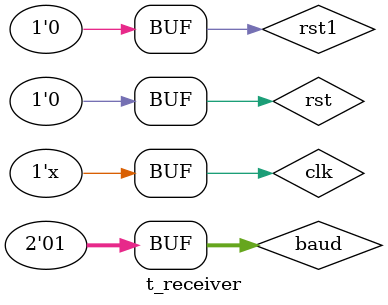
<source format=v>
`timescale 1ns/1ps
module t_receiver;

reg clk, rst, rst1;
wire data;
wire [7:0]data_bus;
reg [1:0]baud;
wire [1:0]io;
wire tr;
wire iocs, iorw, rda, tbr;

initial begin
	clk = 1;
	rst = 1;
	rst1 =1;
	baud = 2'b01;
	#2 rst = 0;
	#20 rst1 =0;
end

always
#1 clk = ~clk;

terminal term(.clk(clk), .rst(rst1), .data(data));
spart spt_module(.clk(clk), .rst(rst), .iocs(iocs), .iorw(iorw),.rda(rda), .tbr(tbr), .ioaddr(io), .databus(data_bus), .txd(tr), .rxd(data));
driver processor(.clk(clk), .rst(rst), .br_cfg(baud), .iocs(iocs),.iorw(iorw), .rda(rda), .tbr(tbr), .ioaddr(io), .databus(data_bus));

endmodule  
</source>
